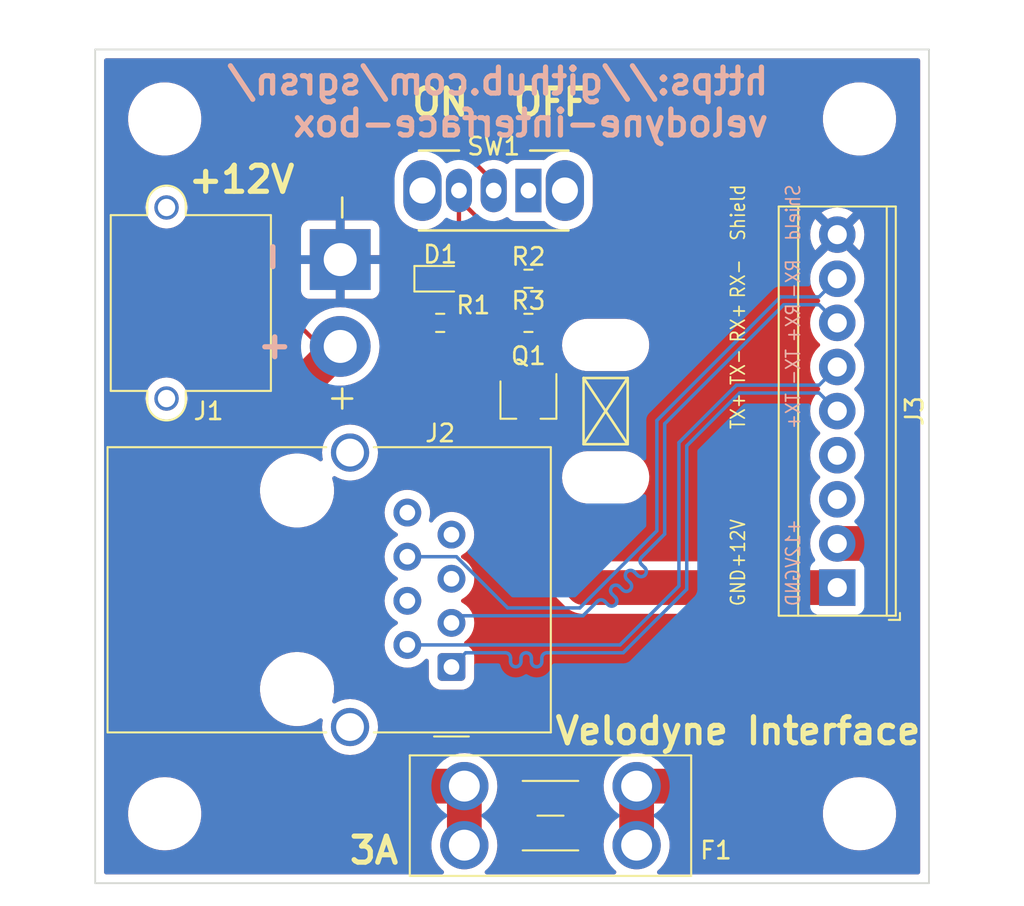
<source format=kicad_pcb>
(kicad_pcb (version 20211014) (generator pcbnew)
  (layers (0 "F.Cu" signal) (31 "B.Cu" signal) (34 "B.Paste" user) (35 "F.Paste" user) (36 "B.SilkS" user "B.Silkscreen") (37 "F.SilkS" user "F.Silkscreen") (38 "B.Mask" user) (39 "F.Mask" user) (44 "Edge.Cuts" user))
  (net 0 "")
  (net 1 "Net-(F1-Pad1)")
  (net 2 "/+12V")
  (net 3 "GND")
  (net 4 "/ETHERNET_TX+")
  (net 5 "/ETHERNET_TX-")
  (net 6 "/ETHERNET_RX+")
  (net 9 "/ETHERNET_RX-")
  (net 12 "/GPS_PULSE_CNT")
  (net 13 "/GPS_RXD_CNT")
  (net 14 "Net-(Q1-Pad1)")
  (net 15 "Net-(D1-Pad1)")
  (net 17 "/VSS")
  (net 18 "Net-(D1-Pad2)")
  (footprint "MountingHole:MountingHole_3.2mm_M3" (layer "F.Cu") (at 174 107)
    (fp_text reference "REF**")
    (fp_text value "MountingHole_3.2mm_M3")
    (pad "" np_thru_hole circle (at 0 0) (size 3.2 3.2) (drill 3.2) (layers *.Cu *.Mask))
  )
  (footprint "Fuse:Fuseholder_Blade_Mini_Keystone_3568" (layer "F.Cu") (at 151.25 105.41)
    (fp_text reference "F1" (at 14.485 3.7) (layer "F.SilkS"))
    (fp_text value "Fuse")
    (fp_line (start 13.06 5.17) (end 13.06 -1.77) (layer "F.SilkS") (width 0.12))
    (fp_line (start -3.14 5.17) (end 13.06 5.17) (layer "F.SilkS") (width 0.12))
    (fp_line (start -3.14 -1.77) (end -3.14 5.17) (layer "F.SilkS") (width 0.12))
    (fp_line (start 3.36 -0.3) (end 6.56 -0.3) (layer "F.SilkS") (width 0.12))
    (fp_line (start 13.06 -1.77) (end -3.14 -1.77) (layer "F.SilkS") (width 0.12))
    (fp_line (start 6.56 3.7) (end 3.36 3.7) (layer "F.SilkS") (width 0.12))
    (fp_line (start 4.21 1.7) (end 5.71 1.7) (layer "F.SilkS") (width 0.12))
    (pad "1" thru_hole circle (at 0 3.4) (size 2.78 2.78) (drill 1.78) (layers *.Cu *.Mask) (net 1 "Net-(F1-Pad1)"))
    (pad "1" thru_hole circle (at 0 0) (size 2.78 2.78) (drill 1.78) (layers *.Cu *.Mask) (net 1 "Net-(F1-Pad1)"))
    (pad "2" thru_hole circle (at 9.92 0) (size 2.78 2.78) (drill 1.78) (layers *.Cu *.Mask) (net 2 "/+12V"))
    (pad "2" thru_hole circle (at 9.92 3.4) (size 2.78 2.78) (drill 1.78) (layers *.Cu *.Mask) (net 2 "/+12V"))
  )
  (footprint "MountingHole:MountingHole_2mm" (layer "F.Cu") (at 159.385 87.63)
    (fp_text reference "REF**")
    (fp_text value "MountingHole_2mm")
    (pad "" np_thru_hole oval (at 0 0) (size 4 2) (drill oval 4 2) (layers F&B.Cu *.Mask))
  )
  (footprint "Connector_RJ:RJ45_Wuerth_7499010001A_Horizontal" (layer "F.Cu") (at 150.51 98.552 180)
    (fp_text reference "J2" (at 0.65 13.462) (layer "F.SilkS"))
    (fp_text value "RJ45")
    (fp_line (start 7.21 12.655) (end 19.8 12.655) (layer "F.SilkS") (width 0.12))
    (fp_line (start -5.72 12.655) (end 4.47 12.655) (layer "F.SilkS") (width 0.12))
    (fp_line (start -1 -4) (end 1 -4) (layer "F.SilkS") (width 0.12))
    (fp_line (start 19.8 12.655) (end 19.8 -3.765) (layer "F.SilkS") (width 0.12))
    (fp_line (start 19.8 -3.765) (end 7.21 -3.765) (layer "F.SilkS") (width 0.12))
    (fp_line (start 4.47 -3.765) (end -5.72 -3.765) (layer "F.SilkS") (width 0.12))
    (fp_line (start -5.72 -3.765) (end -5.72 12.655) (layer "F.SilkS") (width 0.12))
    (pad "" np_thru_hole circle (at 8.89 -1.27 270) (size 3.25 3.25) (drill 3.25) (layers *.Cu *.Mask))
    (pad "" np_thru_hole circle (at 8.89 10.16 270) (size 3.25 3.25) (drill 3.25) (layers *.Cu *.Mask))
    (pad "1" thru_hole roundrect (at 0 0 270) (size 1.6 1.6) (drill 0.9) (layers *.Cu *.Mask) (roundrect_rratio 0.155) (net 4 "/ETHERNET_TX+"))
    (pad "2" thru_hole circle (at 2.54 1.27 270) (size 1.6 1.6) (drill 0.9) (layers *.Cu *.Mask) (net 5 "/ETHERNET_TX-"))
    (pad "3" thru_hole circle (at 0 2.54 270) (size 1.6 1.6) (drill 0.9) (layers *.Cu *.Mask) (net 6 "/ETHERNET_RX+"))
    (pad "4" thru_hole circle (at 2.54 3.81 270) (size 1.6 1.6) (drill 0.9) (layers *.Cu *.Mask))
    (pad "5" thru_hole circle (at 0 5.08 270) (size 1.6 1.6) (drill 0.9) (layers *.Cu *.Mask))
    (pad "6" thru_hole circle (at 2.54 6.35 270) (size 1.6 1.6) (drill 0.9) (layers *.Cu *.Mask) (net 9 "/ETHERNET_RX-"))
    (pad "7" thru_hole circle (at 0 7.62 270) (size 1.6 1.6) (drill 0.9) (layers *.Cu *.Mask))
    (pad "8" thru_hole circle (at 2.54 8.89 270) (size 1.6 1.6) (drill 0.9) (layers *.Cu *.Mask))
    (pad "SH" thru_hole circle (at 5.84 -3.455 270) (size 2.2 2.2) (drill 1.6) (layers *.Cu *.Mask))
    (pad "SH" thru_hole circle (at 5.84 12.345 270) (size 2.2 2.2) (drill 1.6) (layers *.Cu *.Mask))
  )
  (footprint "Resistor_SMD:R_0603_1608Metric" (layer "F.Cu") (at 154.94 78.74)
    (fp_text reference "R3" (at 0 -1.27) (layer "F.SilkS"))
    (fp_text value "100")
    (fp_line (start -0.237258 0.5225) (end 0.237258 0.5225) (layer "F.SilkS") (width 0.12))
    (fp_line (start -0.237258 -0.5225) (end 0.237258 -0.5225) (layer "F.SilkS") (width 0.12))
    (pad "1" smd roundrect (at -0.825 0) (size 0.8 0.95) (layers "F.Cu" "F.Paste" "F.Mask") (net 18 "Net-(D1-Pad2)"))
    (pad "2" smd roundrect (at 0.825 0) (size 0.8 0.95) (layers "F.Cu" "F.Paste" "F.Mask") (net 14 "Net-(Q1-Pad1)"))
  )
  (footprint "Resistor_SMD:R_0603_1608Metric" (layer "F.Cu") (at 154.94 76.2)
    (fp_text reference "R2" (at 0 -1.27) (layer "F.SilkS"))
    (fp_text value "100k")
    (fp_line (start -0.237258 -0.5225) (end 0.237258 -0.5225) (layer "F.SilkS") (width 0.12))
    (fp_line (start -0.237258 0.5225) (end 0.237258 0.5225) (layer "F.SilkS") (width 0.12))
    (pad "1" smd roundrect (at -0.825 0) (size 0.8 0.95) (layers "F.Cu" "F.Paste" "F.Mask") (net 14 "Net-(Q1-Pad1)"))
    (pad "2" smd roundrect (at 0.825 0) (size 0.8 0.95) (layers "F.Cu" "F.Paste" "F.Mask") (net 3 "GND"))
  )
  (footprint "Button_Switch_THT:SW_CuK_OS102011MA1QN1_SPDT_Angled" (layer "F.Cu") (at 154.94 71.12 180)
    (fp_text reference "SW1" (at 2 2.54) (layer "F.SilkS"))
    (fp_text value "SW_SPDT")
    (fp_line (start 4 2.3) (end 6.3 2.3) (layer "F.SilkS") (width 0.15))
    (fp_line (start -2.3 2.3) (end -0.1 2.3) (layer "F.SilkS") (width 0.15))
    (fp_line (start -2.3 -2.3) (end 6.3 -2.3) (layer "F.SilkS") (width 0.15))
    (pad "" thru_hole oval (at 6.1 0 180) (size 2.2 3.5) (drill 1.5) (layers *.Cu *.Mask))
    (pad "" thru_hole oval (at -2.1 0 180) (size 2.2 3.5) (drill 1.5) (layers *.Cu *.Mask))
    (pad "1" thru_hole rect (at 0 0 180) (size 1.5 2.5) (drill 0.9) (layers *.Cu *.Mask))
    (pad "2" thru_hole oval (at 2 0 180) (size 1.5 2.5) (drill 0.9) (layers *.Cu *.Mask) (net 1 "Net-(F1-Pad1)"))
    (pad "3" thru_hole oval (at 4 0 180) (size 1.5 2.5) (drill 0.9) (layers *.Cu *.Mask) (net 18 "Net-(D1-Pad2)"))
  )
  (footprint "MountingHole:MountingHole_3.2mm_M3" (layer "F.Cu") (at 134 67)
    (fp_text reference "REF**")
    (fp_text value "MountingHole_3.2mm_M3")
    (pad "" np_thru_hole circle (at 0 0) (size 3.2 3.2) (drill 3.2) (layers *.Cu *.Mask))
  )
  (footprint "MountingHole:MountingHole_3.2mm_M3" (layer "F.Cu") (at 134 107)
    (fp_text reference "REF**")
    (fp_text value "MountingHole_3.2mm_M3")
    (pad "" np_thru_hole circle (at 0 0) (size 3.2 3.2) (drill 3.2) (layers *.Cu *.Mask))
  )
  (footprint "Package_TO_SOT_SMD:SOT-23W" (layer "F.Cu") (at 154.94 83.185 -90)
    (fp_text reference "Q1" (at -2.54 0 180) (layer "F.SilkS"))
    (fp_text value "Q_NMOS_GSD")
    (fp_line (start -1.5 -1.61) (end 1.075 -1.61) (layer "F.SilkS") (width 0.12))
    (fp_line (start -1.075 1.61) (end 1.075 1.61) (layer "F.SilkS") (width 0.12))
    (fp_line (start 1.075 -1.61) (end 1.075 -0.7) (layer "F.SilkS") (width 0.12))
    (fp_line (start 1.075 0.7) (end 1.075 1.61) (layer "F.SilkS") (width 0.12))
    (pad "1" smd rect (at -1.2 -0.95 270) (size 1 0.7) (layers "F.Cu" "F.Paste" "F.Mask") (net 14 "Net-(Q1-Pad1)"))
    (pad "2" smd rect (at -1.2 0.95 270) (size 1 0.7) (layers "F.Cu" "F.Paste" "F.Mask") (net 3 "GND"))
    (pad "3" smd rect (at 1.2 0 270) (size 1 0.7) (layers "F.Cu" "F.Paste" "F.Mask") (net 17 "/VSS"))
  )
  (footprint "MountingHole:MountingHole_3.2mm_M3" (layer "F.Cu") (at 174 67)
    (fp_text reference "REF**")
    (fp_text value "MountingHole_3.2mm_M3")
    (pad "" np_thru_hole circle (at 0 0) (size 3.2 3.2) (drill 3.2) (layers *.Cu *.Mask))
  )
  (footprint "MountingHole:MountingHole_2mm" (layer "F.Cu") (at 159.385 80.01)
    (fp_text reference "REF**")
    (fp_text value "MountingHole_2mm")
    (pad "" np_thru_hole oval (at 0 0) (size 4 2) (drill oval 4 2) (layers F&B.Cu *.Mask))
  )
  (footprint "LED_SMD:LED_0603_1608Metric" (layer "F.Cu") (at 149.86 76.2)
    (fp_text reference "D1" (at 0 -1.397) (layer "F.SilkS"))
    (fp_text value "LED")
    (fp_line (start 0.8 -0.735) (end -1.485 -0.735) (layer "F.SilkS") (width 0.12))
    (fp_line (start -1.485 -0.735) (end -1.485 0.735) (layer "F.SilkS") (width 0.12))
    (fp_line (start -1.485 0.735) (end 0.8 0.735) (layer "F.SilkS") (width 0.12))
    (pad "1" smd roundrect (at -0.7875 0) (size 0.875 0.95) (layers "F.Cu" "F.Paste" "F.Mask") (net 15 "Net-(D1-Pad1)"))
    (pad "2" smd roundrect (at 0.7875 0) (size 0.875 0.95) (layers "F.Cu" "F.Paste" "F.Mask") (net 18 "Net-(D1-Pad2)"))
  )
  (footprint "TerminalBlock_TE-Connectivity:TerminalBlock_TE_282834-9_1x09_P2.54mm_Horizontal" (layer "F.Cu") (at 172.72 93.98 90)
    (fp_text reference "J3" (at 10.16 4.445 90) (layer "F.SilkS"))
    (fp_text value "Veodyne vlp-16")
    (fp_line (start -1.62 -3.37) (end -1.62 3.37) (layer "F.SilkS") (width 0.12))
    (fp_line (start -1.62 2.85) (end 21.94 2.85) (layer "F.SilkS") (width 0.12))
    (fp_line (start -1.86 3.61) (end -1.46 3.61) (layer "F.SilkS") (width 0.12))
    (fp_line (start -1.62 -2.25) (end 21.94 -2.25) (layer "F.SilkS") (width 0.12))
    (fp_line (start -1.62 3.37) (end 21.94 3.37) (layer "F.SilkS") (width 0.12))
    (fp_line (start -1.62 -3.37) (end 21.94 -3.37) (layer "F.SilkS") (width 0.12))
    (fp_line (start 21.94 -3.37) (end 21.94 3.37) (layer "F.SilkS") (width 0.12))
    (fp_line (start -1.86 2.97) (end -1.86 3.61) (layer "F.SilkS") (width 0.12))
    (pad "1" thru_hole rect (at 0 0 90) (size 2.1 2.1) (drill 1.1) (layers *.Cu *.Mask) (net 17 "/VSS"))
    (pad "2" thru_hole circle (at 2.54 0 90) (size 2.1 2.1) (drill 1.1) (layers *.Cu *.Mask) (net 2 "/+12V"))
    (pad "3" thru_hole circle (at 5.08 0 90) (size 2.1 2.1) (drill 1.1) (layers *.Cu *.Mask) (net 12 "/GPS_PULSE_CNT"))
    (pad "4" thru_hole circle (at 7.62 0 90) (size 2.1 2.1) (drill 1.1) (layers *.Cu *.Mask) (net 13 "/GPS_RXD_CNT"))
    (pad "5" thru_hole circle (at 10.16 0 90) (size 2.1 2.1) (drill 1.1) (layers *.Cu *.Mask) (net 4 "/ETHERNET_TX+"))
    (pad "6" thru_hole circle (at 12.7 0 90) (size 2.1 2.1) (drill 1.1) (layers *.Cu *.Mask) (net 5 "/ETHERNET_TX-"))
    (pad "7" thru_hole circle (at 15.24 0 90) (size 2.1 2.1) (drill 1.1) (layers *.Cu *.Mask) (net 6 "/ETHERNET_RX+"))
    (pad "8" thru_hole circle (at 17.78 0 90) (size 2.1 2.1) (drill 1.1) (layers *.Cu *.Mask) (net 9 "/ETHERNET_RX-"))
    (pad "9" thru_hole circle (at 20.32 0 90) (size 2.1 2.1) (drill 1.1) (layers *.Cu *.Mask) (net 3 "GND"))
  )
  (footprint "Resistor_SMD:R_0603_1608Metric" (layer "F.Cu") (at 149.86 78.74)
    (fp_text reference "R1" (at 1.905 -1.016) (layer "F.SilkS"))
    (fp_text value "1k5")
    (fp_line (start -0.237258 -0.5225) (end 0.237258 -0.5225) (layer "F.SilkS") (width 0.12))
    (fp_line (start -0.237258 0.5225) (end 0.237258 0.5225) (layer "F.SilkS") (width 0.12))
    (pad "1" smd roundrect (at -0.825 0) (size 0.8 0.95) (layers "F.Cu" "F.Paste" "F.Mask") (net 3 "GND"))
    (pad "2" smd roundrect (at 0.825 0) (size 0.8 0.95) (layers "F.Cu" "F.Paste" "F.Mask") (net 15 "Net-(D1-Pad1)"))
  )
  (footprint "Connector_AMASS:AMASS_XT30PW-M_1x02_P2.50mm_Horizontal" (layer "F.Cu") (at 144.105 75.097 90)
    (fp_text reference "J1" (at -8.723 -7.58 180) (layer "F.SilkS"))
    (fp_text value "Conn_01x02_Male")
    (fp_text user "-" (at 3 0 90) (layer "F.SilkS") (effects (font (size 1.5 1.5))))
    (fp_text user "+" (at -8 0 90) (layer "F.SilkS") (effects (font (size 1.5 1.5))))
    (fp_line (start -8.15 -8.89) (end -7.56 -8.89) (layer "F.SilkS") (width 0.12))
    (fp_line (start 2.56 -11.11) (end 3.15 -11.11) (layer "F.SilkS") (width 0.12))
    (fp_line (start 2.56 -13.21) (end 2.56 -11.11) (layer "F.SilkS") (width 0.12))
    (fp_line (start 2.56 -8.89) (end 3.15 -8.89) (layer "F.SilkS") (width 0.12))
    (fp_line (start -8.15 -11.11) (end -7.56 -11.11) (layer "F.SilkS") (width 0.12))
    (fp_line (start -7.56 -3.99) (end 2.56 -3.99) (layer "F.SilkS") (width 0.12))
    (fp_line (start -7.56 -13.21) (end 2.56 -13.21) (layer "F.SilkS") (width 0.12))
    (fp_line (start 2.56 -8.89) (end 2.56 -3.99) (layer "F.SilkS") (width 0.12))
    (fp_line (start -7.56 -8.89) (end -7.56 -3.99) (layer "F.SilkS") (width 0.12))
    (fp_line (start -7.56 -13.21) (end -7.56 -11.11) (layer "F.SilkS") (width 0.12))
    (fp_arc (start -8.15 -8.89) (mid -9.26 -10) (end -8.15 -11.11) (layer "F.SilkS") (width 0.12))
    (fp_arc (start 3.15 -11.11) (mid 4.26 -10) (end 3.15 -8.89) (layer "F.SilkS") (width 0.12))
    (pad "" thru_hole circle (at -8 -10 90) (size 1.4 1.4) (drill 1) (layers *.Cu *.Mask))
    (pad "" thru_hole circle (at 3 -10 90) (size 1.4 1.4) (drill 1) (layers *.Cu *.Mask))
    (pad "1" thru_hole rect (at 0 0 90) (size 3.5 3.5) (drill 1.9) (layers *.Cu *.Mask) (net 3 "GND"))
    (pad "2" thru_hole circle (at -5 0 90) (size 3.5 3.5) (drill 1.9) (layers *.Cu *.Mask) (net 1 "Net-(F1-Pad1)"))
  )
  (gr_line (start 158.115 81.915) (end 160.655 81.915) (layer "F.SilkS") (width 0.15))
  (gr_line (start 158.115 85.725) (end 158.115 81.915) (layer "F.SilkS") (width 0.15))
  (gr_line (start 158.115 81.915) (end 160.655 85.725) (layer "F.SilkS") (width 0.15))
  (gr_line (start 160.655 85.725) (end 160.655 81.915) (layer "F.SilkS") (width 0.15))
  (gr_line (start 160.655 81.915) (end 158.115 85.725) (layer "F.SilkS") (width 0.15))
  (gr_line (start 158.115 85.725) (end 160.655 85.725) (layer "F.SilkS") (width 0.15))
  (gr_line (start 130 111) (end 130 63) (layer "Edge.Cuts") (width 0.1))
  (gr_line (start 178 111) (end 130 111) (layer "Edge.Cuts") (width 0.1))
  (gr_line (start 130 63) (end 178 63) (layer "Edge.Cuts") (width 0.1))
  (gr_line (start 178 63) (end 178 111) (layer "Edge.Cuts") (width 0.1))
  (gr_text "https://github.com/sgrsn/\nvelodyne-interface-box" (at 168.91 66.04) (layer "B.SilkS") (effects (font (size 1.5 1.5) (thickness 0.3)) (justify left mirror)))
  (gr_text "RX-" (at 170.18 76.2 90) (layer "B.SilkS") (effects (font (size 0.8 0.7) (thickness 0.1)) (justify mirror)))
  (gr_text "TX+" (at 170.18 83.82 90) (layer "B.SilkS") (effects (font (size 0.8 0.7) (thickness 0.1)) (justify mirror)))
  (gr_text "+12V" (at 170.18 91.44 90) (layer "B.SilkS") (effects (font (size 0.8 0.7) (thickness 0.1)) (justify mirror)))
  (gr_text "+" (at 140.335 80.01) (layer "B.SilkS") (effects (font (size 1.5 1.5) (thickness 0.3)) (justify mirror)))
  (gr_text "Shield" (at 170.18 72.39 90) (layer "B.SilkS") (effects (font (size 0.8 0.7) (thickness 0.1)) (justify mirror)))
  (gr_text "TX-" (at 170.18 81.28 90) (layer "B.SilkS") (effects (font (size 0.8 0.7) (thickness 0.1)) (justify mirror)))
  (gr_text "RX+" (at 170.18 78.74 90) (layer "B.SilkS") (effects (font (size 0.8 0.7) (thickness 0.1)) (justify mirror)))
  (gr_text "-" (at 140.335 74.93 270) (layer "B.SilkS") (effects (font (size 1.5 1.5) (thickness 0.3)) (justify mirror)))
  (gr_text "GND" (at 170.18 93.98 90) (layer "B.SilkS") (effects (font (size 0.8 0.7) (thickness 0.1)) (justify mirror)))
  (gr_text "+12V" (at 138.43 70.485) (layer "F.SilkS") (effects (font (size 1.5 1.5) (thickness 0.3))))
  (gr_text "RX-" (at 167.005 76.2 90) (layer "F.SilkS") (effects (font (size 0.8 0.7) (thickness 0.1))))
  (gr_text "+12V" (at 167.005 91.44 90) (layer "F.SilkS") (effects (font (size 0.8 0.7) (thickness 0.1))))
  (gr_text "OFF\n" (at 156.21 66.04) (layer "F.SilkS") (effects (font (size 1.5 1.5) (thickness 0.3))))
  (gr_text "RX+" (at 167.005 78.74 90) (layer "F.SilkS") (effects (font (size 0.8 0.7) (thickness 0.1))))
  (gr_text "GND" (at 167.005 93.98 90) (layer "F.SilkS") (effects (font (size 0.8 0.7) (thickness 0.1))))
  (gr_text "TX-" (at 167.005 81.28 90) (layer "F.SilkS") (effects (font (size 0.8 0.7) (thickness 0.1))))
  (gr_text "Shield" (at 167.005 72.39 90) (layer "F.SilkS") (effects (font (size 0.8 0.7) (thickness 0.1))))
  (gr_text "TX+" (at 167.005 83.82 90) (layer "F.SilkS") (effects (font (size 0.8 0.7) (thickness 0.1))))
  (gr_text "Velodyne Interface" (at 167.005 102.235) (layer "F.SilkS") (effects (font (size 1.5 1.5) (thickness 0.3))))
  (gr_text "3A" (at 146.05 109.11) (layer "F.SilkS") (effects (font (size 1.5 1.5) (thickness 0.3))))
  (gr_text "ON" (at 149.86 66.04) (layer "F.SilkS") (effects (font (size 1.5 1.5) (thickness 0.3))))
  (segment (start 134.62 100.33) (end 134.62 89.582) (width 2) (layer "F.Cu") (net 1))
  (segment (start 140.97 78.105) (end 144.105 81.24) (width 0.25) (layer "F.Cu") (net 1))
  (segment (start 143.51 68.58) (end 140.97 71.12) (width 0.25) (layer "F.Cu") (net 1))
  (segment (start 151.25 108.81) (end 151.25 105.41) (width 2) (layer "F.Cu") (net 1))
  (segment (start 152.94 71.12) (end 152.94 70.62) (width 0.25) (layer "F.Cu") (net 1))
  (segment (start 140.97 71.12) (end 140.97 78.105) (width 0.25) (layer "F.Cu") (net 1))
  (segment (start 134.62 89.582) (end 144.105 80.097) (width 2) (layer "F.Cu") (net 1))
  (segment (start 139.7 105.41) (end 134.62 100.33) (width 2) (layer "F.Cu") (net 1))
  (segment (start 150.9 68.58) (end 143.51 68.58) (width 0.25) (layer "F.Cu") (net 1))
  (segment (start 151.25 105.41) (end 139.7 105.41) (width 2) (layer "F.Cu") (net 1))
  (segment (start 152.94 70.62) (end 150.9 68.58) (width 0.25) (layer "F.Cu") (net 1))
  (segment (start 174.498 91.44) (end 175.387 92.329) (width 2) (layer "F.Cu") (net 2))
  (segment (start 175.387 97.663) (end 167.64 105.41) (width 2) (layer "F.Cu") (net 2))
  (segment (start 175.387 92.329) (end 175.387 97.663) (width 2) (layer "F.Cu") (net 2))
  (segment (start 172.72 91.44) (end 174.498 91.44) (width 2) (layer "F.Cu") (net 2))
  (segment (start 167.64 105.41) (end 161.17 105.41) (width 2) (layer "F.Cu") (net 2))
  (segment (start 161.17 108.81) (end 161.17 105.41) (width 2) (layer "F.Cu") (net 2))
  (segment (start 158.462001 97.732001) (end 160.396199 97.732001) (width 0.2) (layer "B.Cu") (net 4))
  (segment (start 155.112001 98.032001) (end 155.112001 98.239612) (width 0.2) (layer "B.Cu") (net 4))
  (segment (start 167.098199 82.775001) (end 171.675001 82.775001) (width 0.2) (layer "B.Cu") (net 4))
  (segment (start 151.329999 97.732001) (end 153.612001 97.732001) (width 0.2) (layer "B.Cu") (net 4))
  (segment (start 164.055 94.0732) (end 164.055 85.8182) (width 0.2) (layer "B.Cu") (net 4))
  (segment (start 171.675001 82.775001) (end 172.72 83.82) (width 0.2) (layer "B.Cu") (net 4))
  (segment (start 150.51 98.552) (end 151.329999 97.732001) (width 0.2) (layer "B.Cu") (net 4))
  (segment (start 155.712001 98.239612) (end 155.712001 98.032001) (width 0.2) (layer "B.Cu") (net 4))
  (segment (start 164.055 85.8182) (end 167.098199 82.775001) (width 0.2) (layer "B.Cu") (net 4))
  (segment (start 160.396199 97.732001) (end 164.055 94.0732) (width 0.2) (layer "B.Cu") (net 4))
  (segment (start 156.012001 97.732001) (end 158.462001 97.732001) (width 0.2) (layer "B.Cu") (net 4))
  (segment (start 154.512001 98.239612) (end 154.512001 98.032001) (width 0.2) (layer "B.Cu") (net 4))
  (segment (start 153.912001 98.032001) (end 153.912001 98.239612) (width 0.2) (layer "B.Cu") (net 4))
  (arc (start 154.812001 97.732001) (mid 155.024133 97.819869) (end 155.112001 98.032001) (width 0.2) (layer "B.Cu") (net 4))
  (arc (start 153.912001 98.239612) (mid 153.999869 98.451744) (end 154.212001 98.539612) (width 0.2) (layer "B.Cu") (net 4))
  (arc (start 155.412001 98.539612) (mid 155.624133 98.451744) (end 155.712001 98.239612) (width 0.2) (layer "B.Cu") (net 4))
  (arc (start 153.612001 97.732001) (mid 153.824133 97.819869) (end 153.912001 98.032001) (width 0.2) (layer "B.Cu") (net 4))
  (arc (start 154.212001 98.539612) (mid 154.424133 98.451744) (end 154.512001 98.239612) (width 0.2) (layer "B.Cu") (net 4))
  (arc (start 154.512001 98.032001) (mid 154.599869 97.819869) (end 154.812001 97.732001) (width 0.2) (layer "B.Cu") (net 4))
  (arc (start 155.712001 98.032001) (mid 155.799869 97.819869) (end 156.012001 97.732001) (width 0.2) (layer "B.Cu") (net 4))
  (arc (start 155.112001 98.239612) (mid 155.199869 98.451744) (end 155.412001 98.539612) (width 0.2) (layer "B.Cu") (net 4))
  (segment (start 166.911801 82.324999) (end 163.605 85.6318) (width 0.2) (layer "B.Cu") (net 5))
  (segment (start 163.605 93.8868) (end 160.2098 97.282) (width 0.2) (layer "B.Cu") (net 5))
  (segment (start 160.2098 97.282) (end 147.97 97.282) (width 0.2) (layer "B.Cu") (net 5))
  (segment (start 171.675001 82.324999) (end 166.911801 82.324999) (width 0.2) (layer "B.Cu") (net 5))
  (segment (start 172.72 81.28) (end 171.675001 82.324999) (width 0.2) (layer "B.Cu") (net 5))
  (segment (start 163.605 85.6318) (end 163.605 93.8868) (width 0.2) (layer "B.Cu") (net 5))
  (segment (start 150.919999 95.602001) (end 158.081199 95.602001) (width 0.2) (layer "B.Cu") (net 6))
  (segment (start 159.757628 93.925571) (end 159.757629 93.925571) (width 0.2) (layer "B.Cu") (net 6))
  (segment (start 160.606156 93.077041) (end 160.606157 93.077042) (width 0.2) (layer "B.Cu") (net 6))
  (segment (start 160.606157 93.077042) (end 160.606158 93.077042) (width 0.2) (layer "B.Cu") (net 6))
  (segment (start 162.785 90.8982) (end 162.785 84.5482) (width 0.2) (layer "B.Cu") (net 6))
  (segment (start 159.757627 93.92557) (end 159.757628 93.925571) (width 0.2) (layer "B.Cu") (net 6))
  (segment (start 161.642455 92.840545) (end 161.642455 92.840546) (width 0.2) (layer "B.Cu") (net 6))
  (segment (start 162.785 84.5482) (end 169.638199 77.695001) (width 0.2) (layer "B.Cu") (net 6))
  (segment (start 160.793926 93.689074) (end 160.793926 93.689075) (width 0.2) (layer "B.Cu") (net 6))
  (segment (start 171.675001 77.695001) (end 172.72 78.74) (width 0.2) (layer "B.Cu") (net 6))
  (segment (start 159.333364 94.7741) (end 159.521133 94.961869) (width 0.2) (layer "B.Cu") (net 6))
  (segment (start 160.793926 93.689075) (end 160.606156 93.501305) (width 0.2) (layer "B.Cu") (net 6))
  (segment (start 158.081199 95.602001) (end 158.9091 94.7741) (width 0.2) (layer "B.Cu") (net 6))
  (segment (start 161.454685 92.228512) (end 161.454686 92.228513) (width 0.2) (layer "B.Cu") (net 6))
  (segment (start 161.030422 93.077042) (end 161.218191 93.264811) (width 0.2) (layer "B.Cu") (net 6))
  (segment (start 161.454686 92.228513) (end 162.785 90.8982) (width 0.2) (layer "B.Cu") (net 6))
  (segment (start 161.642455 92.840546) (end 161.454685 92.652776) (width 0.2) (layer "B.Cu") (net 6))
  (segment (start 159.945397 94.537604) (end 159.757627 94.349834) (width 0.2) (layer "B.Cu") (net 6))
  (segment (start 150.51 96.012) (end 150.919999 95.602001) (width 0.2) (layer "B.Cu") (net 6))
  (segment (start 169.638199 77.695001) (end 171.675001 77.695001) (width 0.2) (layer "B.Cu") (net 6))
  (segment (start 159.945397 94.537603) (end 159.945397 94.537604) (width 0.2) (layer "B.Cu") (net 6))
  (segment (start 160.181893 93.925571) (end 160.369662 94.11334) (width 0.2) (layer "B.Cu") (net 6))
  (arc (start 161.642455 93.264811) (mid 161.730323 93.052678) (end 161.642455 92.840545) (width 0.2) (layer "B.Cu") (net 6))
  (arc (start 158.9091 94.7741) (mid 159.121232 94.686232) (end 159.333364 94.7741) (width 0.2) (layer "B.Cu") (net 6))
  (arc (start 161.218191 93.264811) (mid 161.430323 93.352679) (end 161.642455 93.264811) (width 0.2) (layer "B.Cu") (net 6))
  (arc (start 160.606156 93.501305) (mid 160.518288 93.289173) (end 160.606156 93.077041) (width 0.2) (layer "B.Cu") (net 6))
  (arc (start 160.606158 93.077042) (mid 160.81829 92.989174) (end 161.030422 93.077042) (width 0.2) (layer "B.Cu") (net 6))
  (arc (start 159.757627 94.349834) (mid 159.669759 94.137702) (end 159.757627 93.92557) (width 0.2) (layer "B.Cu") (net 6))
  (arc (start 159.521133 94.961869) (mid 159.733265 95.049737) (end 159.945397 94.961869) (width 0.2) (layer "B.Cu") (net 6))
  (arc (start 159.945397 94.961869) (mid 160.033265 94.749736) (end 159.945397 94.537603) (width 0.2) (layer "B.Cu") (net 6))
  (arc (start 160.369662 94.11334) (mid 160.581794 94.201208) (end 160.793926 94.11334) (width 0.2) (layer "B.Cu") (net 6))
  (arc (start 161.454685 92.652776) (mid 161.366817 92.440644) (end 161.454685 92.228512) (width 0.2) (layer "B.Cu") (net 6))
  (arc (start 160.793926 94.11334) (mid 160.881794 93.901207) (end 160.793926 93.689074) (width 0.2) (layer "B.Cu") (net 6))
  (arc (start 159.757629 93.925571) (mid 159.969761 93.837703) (end 160.181893 93.925571) (width 0.2) (layer "B.Cu") (net 6))
  (segment (start 157.894801 95.151999) (end 162.335 90.7118) (width 0.2) (layer "B.Cu") (net 9))
  (segment (start 147.97 92.202) (end 150.795635 92.202) (width 0.2) (layer "B.Cu") (net 9))
  (segment (start 153.745634 95.151999) (end 157.894801 95.151999) (width 0.2) (layer "B.Cu") (net 9))
  (segment (start 150.795635 92.202) (end 153.745634 95.151999) (width 0.2) (layer "B.Cu") (net 9))
  (segment (start 169.451801 77.244999) (end 171.675001 77.244999) (width 0.2) (layer "B.Cu") (net 9))
  (segment (start 171.675001 77.244999) (end 172.72 76.2) (width 0.2) (layer "B.Cu") (net 9))
  (segment (start 162.335 90.7118) (end 162.335 84.3618) (width 0.2) (layer "B.Cu") (net 9))
  (segment (start 162.335 84.3618) (end 169.451801 77.244999) (width 0.2) (layer "B.Cu") (net 9))
  (segment (start 155.89 81.985) (end 155.89 78.865) (width 0.25) (layer "F.Cu") (net 14))
  (segment (start 154.115 76.2) (end 154.115 77.09) (width 0.25) (layer "F.Cu") (net 14))
  (segment (start 154.115 77.09) (end 155.765 78.74) (width 0.25) (layer "F.Cu") (net 14))
  (segment (start 155.89 78.865) (end 155.765 78.74) (width 0.25) (layer "F.Cu") (net 14))
  (segment (start 150.685 77.8125) (end 149.0725 76.2) (width 0.25) (layer "F.Cu") (net 15))
  (segment (start 150.685 78.74) (end 150.685 77.8125) (width 0.25) (layer "F.Cu") (net 15))
  (segment (start 172.72 93.98) (end 158.115 93.98) (width 2) (layer "F.Cu") (net 17))
  (segment (start 155.75 86.0684) (end 154.75 84.0684) (width 0.25) (layer "F.Cu") (net 17))
  (segment (start 154.94 86.4102) (end 154.94 84.2778) (width 0.75) (layer "F.Cu") (net 17))
  (segment (start 154.133 86.0678) (end 155.133 84.0678) (width 0.25) (layer "F.Cu") (net 17))
  (segment (start 154.94 90.805) (end 154.94 86.4102) (width 2) (layer "F.Cu") (net 17))
  (segment (start 158.115 93.98) (end 154.94 90.805) (width 2) (layer "F.Cu") (net 17))
  (segment (start 150.94 75.9075) (end 150.94 71.12) (width 0.25) (layer "F.Cu") (net 18))
  (segment (start 152.4 73.08) (end 152.4 77.025) (width 0.25) (layer "F.Cu") (net 18))
  (segment (start 150.6475 76.2) (end 150.94 75.9075) (width 0.25) (layer "F.Cu") (net 18))
  (segment (start 152.4 77.025) (end 154.115 78.74) (width 0.25) (layer "F.Cu") (net 18))
  (segment (start 150.94 71.62) (end 152.4 73.08) (width 0.25) (layer "F.Cu") (net 18))
  (segment (start 150.94 71.12) (end 150.94 71.62) (width 0.25) (layer "F.Cu") (net 18))
  (zone (net 3) (net_name "GND") (layers F&B.Cu) (connect_pads (clearance 0.508)) (min_thickness 0.254) (fill yes (thermal_gap 0.508) (thermal_bridge_width 0.508))
    (polygon (pts (xy 178 111) (xy 130 111) (xy 130 63) (xy 178 63)))
  )
)
</source>
